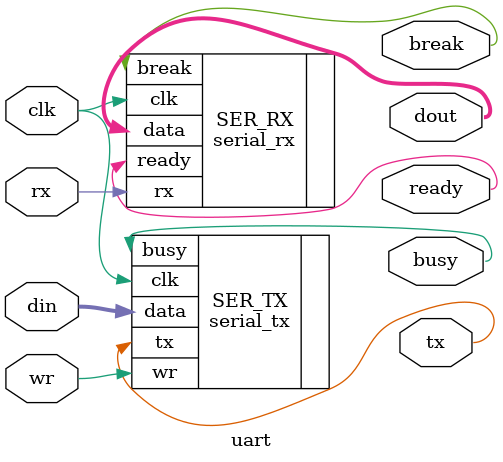
<source format=v>

`include "uart.vh"

module uart #(
  parameter CLK_FREQ = 48_000_000,      // clock frequency (Hz)
  parameter BIT_FREQ = 115_200          // baud rate (bits per second)
) (
  input            clk,                 // system clock

  input            wr,                  // write data
  input      [7:0] din,                 // octet to transmit
  output           busy,                // transmitter busy
  output           tx,                  // transmit data

  input            rx,                  // received data (async)
  output           break,               // line break condition
  output           ready,               // octet is ready
  output     [7:0] dout                 // octet received
);

  // instantiate serial transmitter
  serial_tx #(
    .CLK_FREQ(CLK_FREQ),
    .BIT_FREQ(BIT_FREQ)
  ) SER_TX (
    .clk(clk),
    .wr(wr),
    .data(din),
    .busy(busy),
    .tx(tx)
  );

  // instantiate serial receiver
  serial_rx #(
    .CLK_FREQ(CLK_FREQ),
    .BIT_FREQ(BIT_FREQ)
  ) SER_RX (
    .clk(clk),
    .rx(rx),
    .break(break),
    .ready(ready),
    .data(dout)
  );

endmodule
</source>
